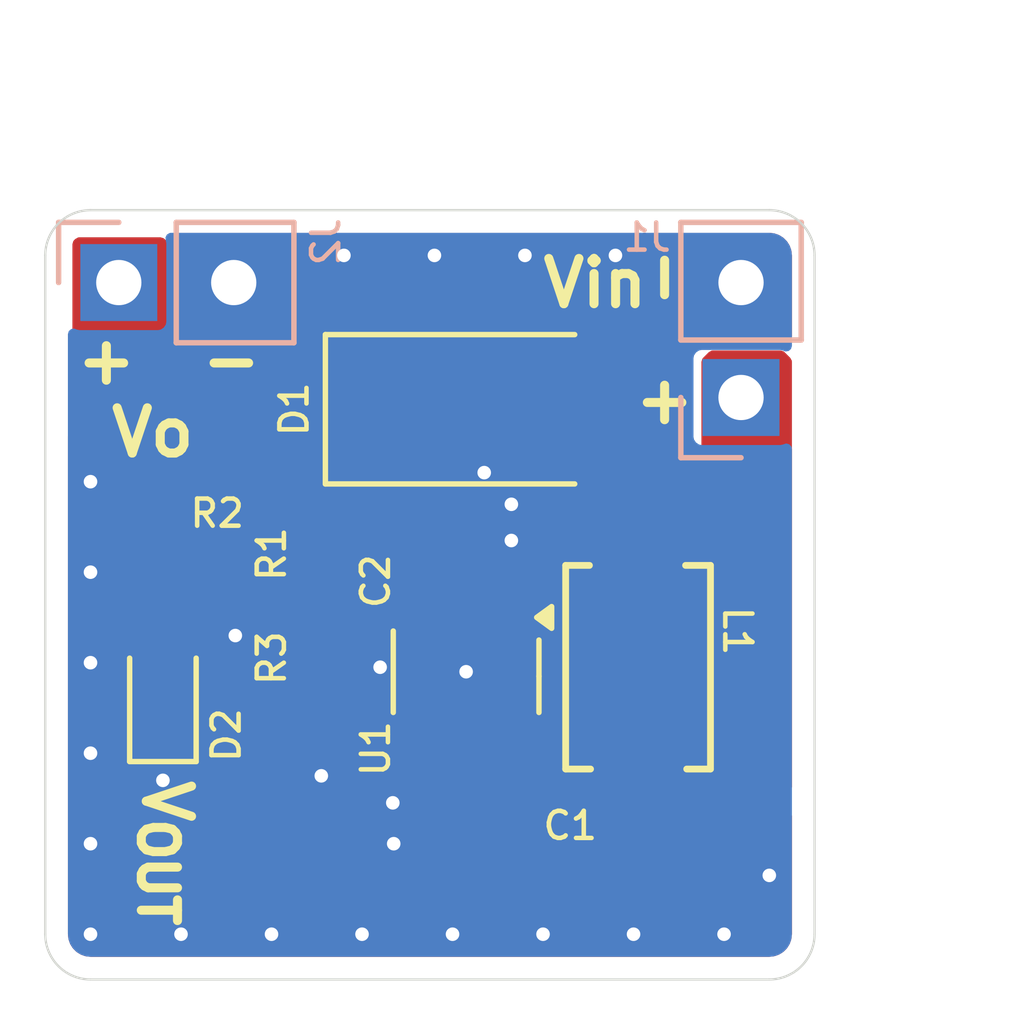
<source format=kicad_pcb>
(kicad_pcb (version 20240108) (generator "pcbnew") (generator_version "8.0")
  (layers (0 "F.Cu" signal) (31 "B.Cu" signal) (34 "B.Paste" user) (35 "F.Paste" user) (36 "B.SilkS" user "B.Silkscreen") (37 "F.SilkS" user "F.Silkscreen") (38 "B.Mask" user) (39 "F.Mask" user) (44 "Edge.Cuts" user))
  (net 0 "")
  (net 1 "VIN")
  (net 2 "GND")
  (net 3 "VMOT")
  (net 4 "Net-(D1-A)")
  (net 5 "Net-(D2-A)")
  (net 6 "Net-(U1-FB)")
  (footprint "Resistor_SMD:R_0603_1608Metric" (layer "F.Cu") (at 116.1 100.6 -90)
    (property "Reference" "R3" (at -0.7 1.1 90) (layer "F.SilkS") (effects (font (size 0.6 0.6) (thickness 0.1))))
    (property "Value" "5.49k")
    (pad "1" smd roundrect (at -0.825 0 270) (size 0.8 0.95) (layers "F.Cu" "F.Paste" "F.Mask") (net 6 "Net-(U1-FB)"))
    (pad "2" smd roundrect (at 0.825 0 270) (size 0.8 0.95) (layers "F.Cu" "F.Paste" "F.Mask") (net 2 "GND"))
  )
  (footprint "Diode_SMD:D_SMA" (layer "F.Cu") (at 119.7 94.4)
    (property "Reference" "D1" (at -4.2 0 90) (layer "F.SilkS") (effects (font (size 0.6 0.6) (thickness 0.1))))
    (property "Value" "D_Schottky")
    (fp_line (start -3.51 -1.65) (end -3.51 1.65) (stroke (width 0.12)) (layer "F.SilkS"))
    (fp_line (start -3.51 -1.65) (end 2 -1.65) (stroke (width 0.12)) (layer "F.SilkS"))
    (fp_line (start -3.51 1.65) (end 2 1.65) (stroke (width 0.12)) (layer "F.SilkS"))
    (pad "1" smd roundrect (at -2 0) (size 2.5 1.8) (layers "F.Cu" "F.Paste" "F.Mask") (roundrect_rratio 0.1388888889) (net 3 "VMOT"))
    (pad "2" smd roundrect (at 2 0) (size 2.5 1.8) (layers "F.Cu" "F.Paste" "F.Mask") (roundrect_rratio 0.1388888889) (net 4 "Net-(D1-A)"))
  )
  (footprint "LED_SMD:LED_0603_1608Metric" (layer "F.Cu") (at 112.6 100.7 90)
    (property "Reference" "D2" (at -0.9 1.4 90) (layer "F.SilkS") (effects (font (size 0.6 0.6) (thickness 0.1))))
    (property "Value" "LED")
    (fp_line (start 0.8 -0.735) (end -1.485 -0.735) (stroke (width 0.12)) (layer "F.SilkS"))
    (fp_line (start -1.485 -0.735) (end -1.485 0.735) (stroke (width 0.12)) (layer "F.SilkS"))
    (fp_line (start -1.485 0.735) (end 0.8 0.735) (stroke (width 0.12)) (layer "F.SilkS"))
    (pad "1" smd roundrect (at -0.7875 0 90) (size 0.875 0.95) (layers "F.Cu" "F.Paste" "F.Mask") (net 2 "GND"))
    (pad "2" smd roundrect (at 0.7875 0 90) (size 0.875 0.95) (layers "F.Cu" "F.Paste" "F.Mask") (net 5 "Net-(D2-A)"))
  )
  (footprint "Resistor_SMD:R_0603_1608Metric" (layer "F.Cu") (at 116.1 97.6 -90)
    (property "Reference" "R1" (at 0 1.1 90) (layer "F.SilkS") (effects (font (size 0.6 0.6) (thickness 0.1))))
    (property "Value" "30k")
    (pad "1" smd roundrect (at -0.825 0 270) (size 0.8 0.95) (layers "F.Cu" "F.Paste" "F.Mask") (net 3 "VMOT"))
    (pad "2" smd roundrect (at 0.825 0 270) (size 0.8 0.95) (layers "F.Cu" "F.Paste" "F.Mask") (net 6 "Net-(U1-FB)"))
  )
  (footprint "Package_TO_SOT_SMD:SOT-23-5_HandSoldering" (layer "F.Cu") (at 119.3 100.2 -90)
    (property "Reference" "U1" (at 1.7 2 90) (layer "F.SilkS") (effects (font (size 0.6 0.6) (thickness 0.1))))
    (property "Value" "MIC2288YML")
    (fp_line (start -0.9 1.61) (end 0.9 1.61) (stroke (width 0.12)) (layer "F.SilkS"))
    (fp_line (start 0.1 -1.61) (end -0.7 -1.61) (stroke (width 0.12)) (layer "F.SilkS"))
    (fp_line (start 0.1 -1.61) (end 0.9 -1.61) (stroke (width 0.12)) (layer "F.SilkS"))
    (fp_poly (pts (xy -1.2 -1.56) (xy -1.44 -1.89) (xy -0.96 -1.89) (xy -1.2 -1.56)) (stroke (width 0.12)) (fill solid) (layer "F.SilkS"))
    (pad "1" smd roundrect (at -1.35 -0.95 270) (size 1.56 0.65) (layers "F.Cu" "F.Paste" "F.Mask") (net 4 "Net-(D1-A)"))
    (pad "2" smd roundrect (at -1.35 0 270) (size 1.56 0.65) (layers "F.Cu" "F.Paste" "F.Mask") (net 2 "GND"))
    (pad "3" smd roundrect (at -1.35 0.95 270) (size 1.56 0.65) (layers "F.Cu" "F.Paste" "F.Mask") (net 6 "Net-(U1-FB)"))
    (pad "4" smd roundrect (at 1.35 0.95 270) (size 1.56 0.65) (layers "F.Cu" "F.Paste" "F.Mask") (net 1 "VIN"))
    (pad "5" smd roundrect (at 1.35 -0.95 270) (size 1.56 0.65) (layers "F.Cu" "F.Paste" "F.Mask") (net 1 "VIN"))
  )
  (footprint "0_Inductors:Murata_LQH43xxx" (layer "F.Cu") (at 123 100.1 90)
    (property "Reference" "L1" (at 0.8 2.3 -90) (layer "F.SilkS") (effects (font (size 0.6 0.6) (thickness 0.1) (bold yes))))
    (property "Value" "10u")
    (fp_line (start 2.25 -1.5) (end 2.25 -0.975) (stroke (width 0.15)) (layer "F.SilkS"))
    (fp_line (start -2.25 -1.5) (end 2.25 -1.5) (stroke (width 0.15)) (layer "F.SilkS"))
    (fp_line (start -2.25 -0.95) (end -2.25 -1.5) (stroke (width 0.15)) (layer "F.SilkS"))
    (fp_line (start 2.25 1.15) (end 2.25 1.7) (stroke (width 0.15)) (layer "F.SilkS"))
    (fp_line (start 2.25 1.7) (end -2.25 1.7) (stroke (width 0.15)) (layer "F.SilkS"))
    (fp_line (start -2.25 1.7) (end -2.25 1.175) (stroke (width 0.15)) (layer "F.SilkS"))
    (pad "1" smd roundrect (at -1.75 0 90) (size 2 1.5) (layers "F.Cu" "F.Paste" "F.Mask") (roundrect_rratio 0.1) (net 1 "VIN"))
    (pad "2" smd roundrect (at 1.75 0 90) (size 2 1.5) (layers "F.Cu" "F.Paste" "F.Mask") (roundrect_rratio 0.1) (net 4 "Net-(D1-A)"))
  )
  (footprint "Resistor_SMD:R_0603_1608Metric" (layer "F.Cu") (at 112.6 97.6 -90)
    (property "Reference" "R2" (at -0.9 -1.2 180) (layer "F.SilkS") (effects (font (size 0.6 0.6) (thickness 0.1))))
    (property "Value" "5.49k")
    (pad "1" smd roundrect (at -0.825 0 270) (size 0.8 0.95) (layers "F.Cu" "F.Paste" "F.Mask") (net 3 "VMOT"))
    (pad "2" smd roundrect (at 0.825 0 270) (size 0.8 0.95) (layers "F.Cu" "F.Paste" "F.Mask") (net 5 "Net-(D2-A)"))
  )
  (footprint "Capacitor_SMD:C_0603_1608Metric" (layer "F.Cu") (at 118.5 96.8)
    (property "Reference" "C2" (at -1.2 1.4 90) (layer "F.SilkS") (effects (font (size 0.6 0.6) (thickness 0.1))))
    (property "Value" "10u")
    (pad "1" smd roundrect (at -0.775 0) (size 0.9 0.95) (layers "F.Cu" "F.Paste" "F.Mask") (net 3 "VMOT"))
    (pad "2" smd roundrect (at 0.775 0) (size 0.9 0.95) (layers "F.Cu" "F.Paste" "F.Mask") (net 2 "GND"))
  )
  (footprint "Capacitor_SMD:C_0603_1608Metric" (layer "F.Cu") (at 119.5 103.6 180)
    (property "Reference" "C1" (at -2.1 0 0) (layer "F.SilkS") (effects (font (size 0.6 0.6) (thickness 0.1))))
    (property "Value" "10u")
    (pad "1" smd roundrect (at -0.775 0 180) (size 0.9 0.95) (layers "F.Cu" "F.Paste" "F.Mask") (net 1 "VIN"))
    (pad "2" smd roundrect (at 0.775 0 180) (size 0.9 0.95) (layers "F.Cu" "F.Paste" "F.Mask") (net 2 "GND"))
  )
  (footprint "Connector_PinHeader_2.54mm:PinHeader_1x02_P2.54mm_Vertical" (layer "B.Cu") (at 125.375 94.14)
    (property "Reference" "J1" (at -2.075 -3.54 0) (layer "B.SilkS") (effects (font (size 0.6 0.6) (thickness 0.1)) (justify mirror)))
    (property "Value" "Conn_01x02_Pin")
    (fp_line (start -1.33 -3.87) (end -1.33 -1.27) (stroke (width 0.12)) (layer "B.SilkS"))
    (fp_line (start -1.33 1.33) (end -1.33 0) (stroke (width 0.12)) (layer "B.SilkS"))
    (fp_line (start 0 1.33) (end -1.33 1.33) (stroke (width 0.12)) (layer "B.SilkS"))
    (fp_line (start 1.33 -3.87) (end -1.33 -3.87) (stroke (width 0.12)) (layer "B.SilkS"))
    (fp_line (start 1.33 -3.87) (end 1.33 -1.27) (stroke (width 0.12)) (layer "B.SilkS"))
    (fp_line (start 1.33 -1.27) (end -1.33 -1.27) (stroke (width 0.12)) (layer "B.SilkS"))
    (pad "1" thru_hole rect (at 0 0) (size 1.7 1.7) (drill 1) (layers "*.Cu" "*.Mask") (net 1 "VIN"))
    (pad "2" thru_hole oval (at 0 -2.54) (size 1.7 1.7) (drill 1) (layers "*.Cu" "*.Mask") (net 2 "GND"))
  )
  (footprint "Connector_PinHeader_2.54mm:PinHeader_1x02_P2.54mm_Vertical" (layer "B.Cu") (at 111.625 91.6 -90)
    (property "Reference" "J2" (at -0.9 -4.575 90) (layer "B.SilkS") (effects (font (size 0.6 0.6) (thickness 0.1)) (justify mirror)))
    (property "Value" "Conn_01x02_Pin")
    (fp_line (start -1.33 1.33) (end -1.33 0) (stroke (width 0.12)) (layer "B.SilkS"))
    (fp_line (start 0 1.33) (end -1.33 1.33) (stroke (width 0.12)) (layer "B.SilkS"))
    (fp_line (start 1.33 -1.27) (end -1.33 -1.27) (stroke (width 0.12)) (layer "B.SilkS"))
    (fp_line (start -1.33 -3.87) (end -1.33 -1.27) (stroke (width 0.12)) (layer "B.SilkS"))
    (fp_line (start 1.33 -3.87) (end 1.33 -1.27) (stroke (width 0.12)) (layer "B.SilkS"))
    (fp_line (start 1.33 -3.87) (end -1.33 -3.87) (stroke (width 0.12)) (layer "B.SilkS"))
    (pad "1" thru_hole rect (at 0 0 270) (size 1.7 1.7) (drill 1) (layers "*.Cu" "*.Mask") (net 3 "VMOT"))
    (pad "2" thru_hole oval (at 0 -2.54 270) (size 1.7 1.7) (drill 1) (layers "*.Cu" "*.Mask") (net 2 "GND"))
  )
  (gr_line (start 126 107) (end 111 107) (stroke (width 0.05)) (layer "Edge.Cuts"))
  (gr_arc (start 126 90) (mid 126.707107 90.292893) (end 127 91) (stroke (width 0.05)) (layer "Edge.Cuts"))
  (gr_arc (start 111 107) (mid 110.292893 106.707107) (end 110 106) (stroke (width 0.05)) (layer "Edge.Cuts"))
  (gr_line (start 111 90) (end 126 90) (stroke (width 0.05)) (layer "Edge.Cuts"))
  (gr_line (start 110 106) (end 110 91) (stroke (width 0.05)) (layer "Edge.Cuts"))
  (gr_line (start 127 91) (end 127 106) (stroke (width 0.05)) (layer "Edge.Cuts"))
  (gr_arc (start 127 106) (mid 126.707107 106.707107) (end 126 107) (stroke (width 0.05)) (layer "Edge.Cuts"))
  (gr_arc (start 110 91) (mid 110.292893 90.292893) (end 111 90) (stroke (width 0.05)) (layer "Edge.Cuts"))
  (gr_text "Vin" (at 120.9 92.2 0) (layer "F.SilkS") (effects (font (size 1 1) (thickness 0.2) (bold yes)) (justify left bottom)))
  (gr_text "+  -\n Vo" (at 110.6 95.5 0) (layer "F.SilkS") (effects (font (size 1 1) (thickness 0.2) (bold yes)) (justify left bottom)))
  (gr_text "V_{OUT}" (at 112.1 102.5 -90) (layer "F.SilkS") (effects (font (size 1 1) (thickness 0.2) (bold yes)) (justify left bottom)))
  (gr_text "+  -" (at 124.2 95 90) (layer "F.SilkS") (effects (font (size 1 1) (thickness 0.2) (bold yes)) (justify left bottom)))
  (segment (start 118.35 101.55) (end 120.25 101.55) (width 0.2) (layer "F.Cu") (net 1))
  (segment (start 112.6 102.6) (end 112.6 101.4875) (width 0.2) (layer "F.Cu") (net 2))
  (segment (start 116.1 101.425) (end 116.1 102.5) (width 0.2) (layer "F.Cu") (net 2))
  (via (at 118.6 91) (size 0.6) (drill 0.3) (layers "F.Cu" "B.Cu") (net 2))
  (via (at 111 104) (size 0.6) (drill 0.3) (layers "F.Cu" "B.Cu") (net 2))
  (via (at 122.6 91) (size 0.6) (drill 0.3) (layers "F.Cu" "B.Cu") (net 2))
  (via (at 115 106) (size 0.6) (drill 0.3) (layers "F.Cu" "B.Cu") (net 2))
  (via (at 114.2 99.4) (size 0.6) (drill 0.3) (layers "F.Cu" "B.Cu") (net 2))
  (via (at 126 104.7) (size 0.6) (drill 0.3) (layers "F.Cu" "B.Cu") (net 2))
  (via (at 125 106) (size 0.6) (drill 0.3) (layers "F.Cu" "B.Cu") (net 2))
  (via (at 111 100) (size 0.6) (drill 0.3) (layers "F.Cu" "B.Cu") (net 2))
  (via (at 113 106) (size 0.6) (drill 0.3) (layers "F.Cu" "B.Cu") (net 2))
  (via (at 111 98) (size 0.6) (drill 0.3) (layers "F.Cu" "B.Cu") (net 2))
  (via (at 117.7 104) (size 0.6) (drill 0.3) (layers "F.Cu" "B.Cu") (net 2))
  (via (at 111 106) (size 0.6) (drill 0.3) (layers "F.Cu" "B.Cu") (net 2))
  (via (at 121 106) (size 0.6) (drill 0.3) (layers "F.Cu" "B.Cu") (net 2))
  (via (at 117.679966 103.096708) (size 0.6) (drill 0.3) (layers "F.Cu" "B.Cu") (net 2))
  (via (at 117 106) (size 0.6) (drill 0.3) (layers "F.Cu" "B.Cu") (net 2))
  (via (at 111 102) (size 0.6) (drill 0.3) (layers "F.Cu" "B.Cu") (net 2))
  (via (at 112.6 102.6) (size 0.6) (drill 0.3) (layers "F.Cu" "B.Cu") (net 2))
  (via (at 119 106) (size 0.6) (drill 0.3) (layers "F.Cu" "B.Cu") (net 2))
  (via (at 119.7 95.8) (size 0.6) (drill 0.3) (layers "F.Cu" "B.Cu") (net 2))
  (via (at 116.1 102.5) (size 0.6) (drill 0.3) (layers "F.Cu" "B.Cu") (net 2))
  (via (at 111 96) (size 0.6) (drill 0.3) (layers "F.Cu" "B.Cu") (net 2))
  (via (at 120.3 97.3) (size 0.6) (drill 0.3) (layers "F.Cu" "B.Cu") (net 2))
  (via (at 120.6 91) (size 0.6) (drill 0.3) (layers "F.Cu" "B.Cu") (net 2))
  (via (at 120.3 96.5) (size 0.6) (drill 0.3) (layers "F.Cu" "B.Cu") (net 2))
  (via (at 119.3 100.2) (size 0.6) (drill 0.3) (layers "F.Cu" "B.Cu") (net 2))
  (via (at 116.6 91) (size 0.6) (drill 0.3) (layers "F.Cu" "B.Cu") (net 2))
  (via (at 117.4 100.1) (size 0.6) (drill 0.3) (layers "F.Cu" "B.Cu") (net 2))
  (via (at 123 106) (size 0.6) (drill 0.3) (layers "F.Cu" "B.Cu") (net 2))
  (segment (start 112.6 99.9125) (end 112.6 98.425) (width 0.2) (layer "F.Cu") (net 5))
  (segment (start 116.1 98.425) (end 117.225 98.425) (width 0.2) (layer "F.Cu") (net 6))
  (segment (start 116.1 98.425) (end 116.1 99.775) (width 0.2) (layer "F.Cu") (net 6))
  (segment (start 117.65 98.85) (end 118.35 98.85) (width 0.2) (layer "F.Cu") (net 6))
  (segment (start 117.225 98.425) (end 117.65 98.85) (width 0.2) (layer "F.Cu") (net 6))
  (zone (net 4) (net_name "Net-(D1-A)") (layer "F.Cu") (priority 2) (connect_pads yes (clearance 0.2)) (min_thickness 0.25) (fill yes (thermal_gap 0.5) (thermal_bridge_width 0.5))
    (polygon (pts (xy 123.2 96.6) (xy 123.9 97.3) (xy 121.9 97.3) (xy 121.9 96) (xy 121.4 95.5) (xy 120.5 95.5) (xy 120.3 95.3) (xy 120.3 93.6) (xy 120.7 93.2) (xy 123 93.2) (xy 123.2 93.4) (xy 123.2 95.9)))
  )
  (zone (net 0) (net_name "") (layer "F.Cu") (connect_pads yes (clearance 0)) (min_thickness 0.25)
    (keepout (tracks allowed) (vias allowed) (pads allowed) (copperpour not_allowed) (footprints allowed))
    (fill (thermal_gap 0.5) (thermal_bridge_width 0.5))
    (polygon (pts (xy 120 99.9) (xy 120 100.5) (xy 123.7 100.5) (xy 123.7 99.9)))
  )
  (zone (net 3) (net_name "VMOT") (layer "F.Cu") (priority 1) (connect_pads yes (clearance 0.2)) (min_thickness 0.25) (fill yes (thermal_gap 0.5) (thermal_bridge_width 0.5))
    (polygon (pts (xy 111.9 95.8) (xy 110.6 94.5) (xy 110.6 90.7) (xy 110.7 90.6) (xy 112.6 90.6) (xy 112.7 90.7) (xy 112.7 92.9) (xy 113 93.2) (xy 118.9 93.2) (xy 119.3 93.6) (xy 119.3 95.3) (xy 118.5 96.1) (xy 118.5 97.3) (xy 118.2 97.6) (xy 112.3 97.6) (xy 111.9 97.2)))
  )
  (zone (net 4) (net_name "Net-(D1-A)") (layer "F.Cu") (priority 1) (connect_pads yes (clearance 0.2)) (min_thickness 0.25) (fill yes (thermal_gap 0.5) (thermal_bridge_width 0.5))
    (polygon (pts (xy 119.8 98.1) (xy 120 97.9) (xy 121.2 97.9) (xy 121.9 97.2) (xy 123.8 97.2) (xy 123.9 97.3) (xy 123.9 99.6) (xy 123.7 99.8) (xy 120 99.8) (xy 119.8 99.6)))
  )
  (zone (net 1) (net_name "VIN") (layer "F.Cu") (priority 3) (connect_pads yes (clearance 0.2)) (min_thickness 0.25) (fill yes (thermal_gap 0.5) (thermal_bridge_width 0.5))
    (polygon (pts (xy 119.7 103.9) (xy 119.7 100.8) (xy 119.9 100.6) (xy 123.8 100.6) (xy 124.5 99.9) (xy 124.5 93.3) (xy 124.7 93.1) (xy 126.3 93.1) (xy 126.5 93.3) (xy 126.5 102.8) (xy 125.1 104.2) (xy 120 104.2)))
  )
  (zone (net 2) (net_name "GND") (layers "F&B.Cu") (connect_pads yes (clearance 0.2)) (min_thickness 0.25) (fill yes (thermal_gap 0.5) (thermal_bridge_width 0.5))
    (polygon (pts (xy 109 89) (xy 128 89) (xy 128 108) (xy 109 108)))
  )
)
</source>
